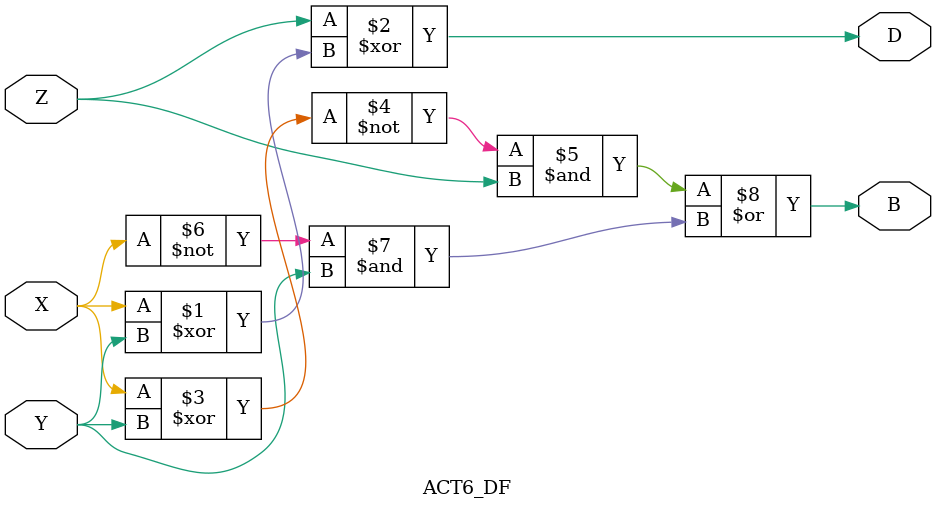
<source format=v>
module ACT6_DF(D, B, Z, X, Y);
input Z, X, Y;
output D, B;
assign D = (Z ^ (X ^ Y));
assign B = (~(X ^ Y) & Z) | (~X & Y);
endmodule
</source>
